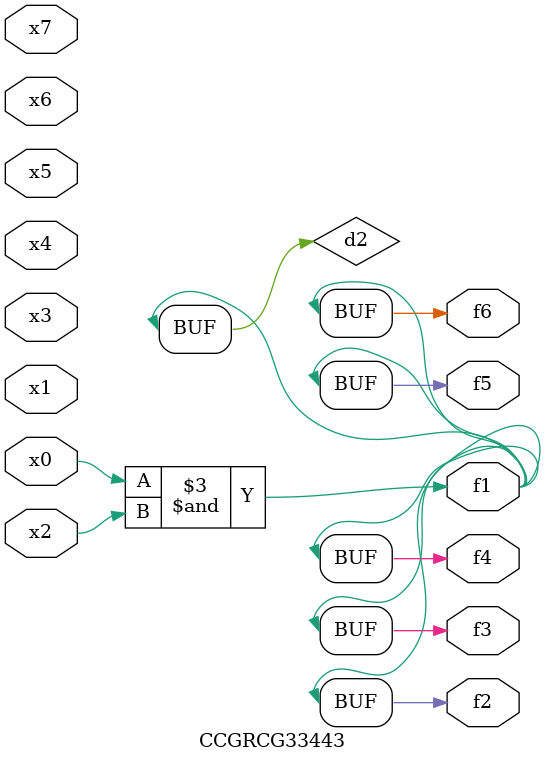
<source format=v>
module CCGRCG33443(
	input x0, x1, x2, x3, x4, x5, x6, x7,
	output f1, f2, f3, f4, f5, f6
);

	wire d1, d2;

	nor (d1, x3, x6);
	and (d2, x0, x2);
	assign f1 = d2;
	assign f2 = d2;
	assign f3 = d2;
	assign f4 = d2;
	assign f5 = d2;
	assign f6 = d2;
endmodule

</source>
